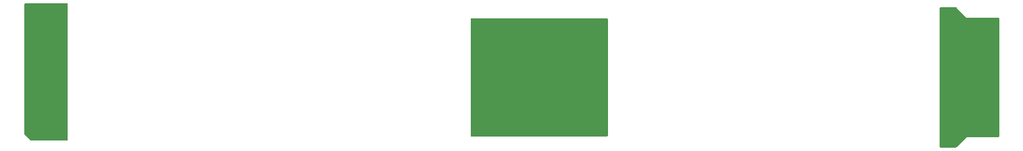
<source format=gbr>
G04 EAGLE Gerber X2 export*
%TF.Part,Single*%
%TF.FileFunction,Other,stiffener on bottom layer*%
%TF.FilePolarity,Positive*%
%TF.GenerationSoftware,Autodesk,EAGLE,9.6.2*%
%TF.CreationDate,2022-04-17T12:17:04Z*%
G75*
%MOMM*%
%FSLAX34Y34*%
%LPD*%
%INstiffener bottom*%
%AMOC8*
5,1,8,0,0,1.08239X$1,22.5*%
G01*

G36*
X789618Y-46254D02*
X789618Y-46254D01*
X789737Y-46247D01*
X789775Y-46234D01*
X789816Y-46229D01*
X789926Y-46186D01*
X790039Y-46149D01*
X790074Y-46127D01*
X790111Y-46112D01*
X790207Y-46043D01*
X790308Y-45979D01*
X790336Y-45949D01*
X790369Y-45926D01*
X790445Y-45834D01*
X790526Y-45747D01*
X790546Y-45712D01*
X790571Y-45681D01*
X790622Y-45573D01*
X790680Y-45469D01*
X790690Y-45429D01*
X790707Y-45393D01*
X790729Y-45276D01*
X790759Y-45161D01*
X790763Y-45101D01*
X790767Y-45081D01*
X790765Y-45060D01*
X790769Y-45000D01*
X790769Y105000D01*
X790754Y105118D01*
X790747Y105237D01*
X790734Y105275D01*
X790729Y105316D01*
X790686Y105426D01*
X790649Y105539D01*
X790627Y105574D01*
X790612Y105611D01*
X790543Y105707D01*
X790479Y105808D01*
X790449Y105836D01*
X790426Y105869D01*
X790334Y105945D01*
X790247Y106026D01*
X790212Y106046D01*
X790181Y106071D01*
X790073Y106122D01*
X789969Y106180D01*
X789929Y106190D01*
X789893Y106207D01*
X789776Y106229D01*
X789661Y106259D01*
X789601Y106263D01*
X789581Y106267D01*
X789560Y106265D01*
X789500Y106269D01*
X615000Y106269D01*
X614882Y106254D01*
X614763Y106247D01*
X614725Y106234D01*
X614684Y106229D01*
X614574Y106186D01*
X614461Y106149D01*
X614426Y106127D01*
X614389Y106112D01*
X614293Y106043D01*
X614192Y105979D01*
X614164Y105949D01*
X614131Y105926D01*
X614056Y105834D01*
X613974Y105747D01*
X613954Y105712D01*
X613929Y105681D01*
X613878Y105573D01*
X613820Y105469D01*
X613810Y105429D01*
X613793Y105393D01*
X613771Y105276D01*
X613741Y105161D01*
X613737Y105101D01*
X613733Y105081D01*
X613735Y105060D01*
X613731Y105000D01*
X613731Y-45000D01*
X613746Y-45118D01*
X613753Y-45237D01*
X613766Y-45275D01*
X613771Y-45316D01*
X613814Y-45426D01*
X613851Y-45539D01*
X613873Y-45574D01*
X613888Y-45611D01*
X613958Y-45707D01*
X614021Y-45808D01*
X614051Y-45836D01*
X614074Y-45869D01*
X614166Y-45945D01*
X614253Y-46026D01*
X614288Y-46046D01*
X614319Y-46071D01*
X614427Y-46122D01*
X614531Y-46180D01*
X614571Y-46190D01*
X614607Y-46207D01*
X614724Y-46229D01*
X614839Y-46259D01*
X614900Y-46263D01*
X614920Y-46267D01*
X614940Y-46265D01*
X615000Y-46269D01*
X789500Y-46269D01*
X789618Y-46254D01*
G37*
G36*
X1240098Y-60257D02*
X1240098Y-60257D01*
X1240197Y-60254D01*
X1240255Y-60237D01*
X1240316Y-60229D01*
X1240408Y-60193D01*
X1240503Y-60165D01*
X1240555Y-60135D01*
X1240611Y-60112D01*
X1240691Y-60054D01*
X1240777Y-60004D01*
X1240852Y-59938D01*
X1240869Y-59926D01*
X1240876Y-59916D01*
X1240898Y-59898D01*
X1253526Y-47269D01*
X1294000Y-47269D01*
X1294118Y-47254D01*
X1294237Y-47247D01*
X1294275Y-47234D01*
X1294316Y-47229D01*
X1294426Y-47186D01*
X1294539Y-47149D01*
X1294574Y-47127D01*
X1294611Y-47112D01*
X1294707Y-47043D01*
X1294808Y-46979D01*
X1294836Y-46949D01*
X1294869Y-46926D01*
X1294945Y-46834D01*
X1295026Y-46747D01*
X1295046Y-46712D01*
X1295071Y-46681D01*
X1295122Y-46573D01*
X1295180Y-46469D01*
X1295190Y-46429D01*
X1295207Y-46393D01*
X1295229Y-46276D01*
X1295259Y-46161D01*
X1295263Y-46101D01*
X1295267Y-46081D01*
X1295265Y-46060D01*
X1295269Y-46000D01*
X1295269Y106000D01*
X1295254Y106118D01*
X1295247Y106237D01*
X1295234Y106275D01*
X1295229Y106316D01*
X1295186Y106426D01*
X1295149Y106539D01*
X1295127Y106574D01*
X1295112Y106611D01*
X1295043Y106707D01*
X1294979Y106808D01*
X1294949Y106836D01*
X1294926Y106869D01*
X1294834Y106945D01*
X1294747Y107026D01*
X1294712Y107046D01*
X1294681Y107071D01*
X1294573Y107122D01*
X1294469Y107180D01*
X1294429Y107190D01*
X1294393Y107207D01*
X1294276Y107229D01*
X1294161Y107259D01*
X1294101Y107263D01*
X1294081Y107267D01*
X1294060Y107265D01*
X1294000Y107269D01*
X1253526Y107269D01*
X1240898Y119898D01*
X1240819Y119958D01*
X1240747Y120026D01*
X1240694Y120055D01*
X1240646Y120092D01*
X1240555Y120132D01*
X1240469Y120180D01*
X1240410Y120195D01*
X1240354Y120219D01*
X1240256Y120234D01*
X1240161Y120259D01*
X1240061Y120265D01*
X1240040Y120269D01*
X1240028Y120267D01*
X1240000Y120269D01*
X1220000Y120269D01*
X1219882Y120254D01*
X1219763Y120247D01*
X1219725Y120234D01*
X1219684Y120229D01*
X1219574Y120186D01*
X1219461Y120149D01*
X1219426Y120127D01*
X1219389Y120112D01*
X1219293Y120043D01*
X1219192Y119979D01*
X1219164Y119949D01*
X1219131Y119926D01*
X1219056Y119834D01*
X1218974Y119747D01*
X1218954Y119712D01*
X1218929Y119681D01*
X1218878Y119573D01*
X1218820Y119469D01*
X1218810Y119429D01*
X1218793Y119393D01*
X1218771Y119276D01*
X1218741Y119161D01*
X1218737Y119101D01*
X1218733Y119081D01*
X1218735Y119060D01*
X1218731Y119000D01*
X1218731Y-59000D01*
X1218746Y-59118D01*
X1218753Y-59237D01*
X1218766Y-59275D01*
X1218771Y-59316D01*
X1218814Y-59426D01*
X1218851Y-59539D01*
X1218873Y-59574D01*
X1218888Y-59611D01*
X1218958Y-59707D01*
X1219021Y-59808D01*
X1219051Y-59836D01*
X1219074Y-59869D01*
X1219166Y-59945D01*
X1219253Y-60026D01*
X1219288Y-60046D01*
X1219319Y-60071D01*
X1219427Y-60122D01*
X1219531Y-60180D01*
X1219571Y-60190D01*
X1219607Y-60207D01*
X1219724Y-60229D01*
X1219839Y-60259D01*
X1219900Y-60263D01*
X1219920Y-60267D01*
X1219940Y-60265D01*
X1220000Y-60269D01*
X1240000Y-60269D01*
X1240098Y-60257D01*
G37*
G36*
X93026Y-51520D02*
X93026Y-51520D01*
X93052Y-51522D01*
X93199Y-51500D01*
X93346Y-51483D01*
X93371Y-51475D01*
X93397Y-51471D01*
X93535Y-51416D01*
X93674Y-51366D01*
X93696Y-51352D01*
X93721Y-51342D01*
X93842Y-51257D01*
X93967Y-51177D01*
X93985Y-51158D01*
X94007Y-51143D01*
X94106Y-51033D01*
X94209Y-50926D01*
X94223Y-50904D01*
X94240Y-50884D01*
X94312Y-50754D01*
X94388Y-50627D01*
X94396Y-50602D01*
X94409Y-50579D01*
X94449Y-50436D01*
X94494Y-50295D01*
X94496Y-50269D01*
X94504Y-50244D01*
X94523Y-50000D01*
X94523Y124000D01*
X94520Y124026D01*
X94522Y124052D01*
X94500Y124199D01*
X94483Y124346D01*
X94475Y124371D01*
X94471Y124397D01*
X94416Y124535D01*
X94366Y124674D01*
X94352Y124696D01*
X94342Y124721D01*
X94257Y124842D01*
X94177Y124967D01*
X94158Y124985D01*
X94143Y125007D01*
X94033Y125106D01*
X93926Y125209D01*
X93904Y125223D01*
X93884Y125240D01*
X93754Y125312D01*
X93627Y125388D01*
X93602Y125396D01*
X93579Y125409D01*
X93436Y125449D01*
X93295Y125494D01*
X93269Y125496D01*
X93244Y125504D01*
X93000Y125523D01*
X40000Y125523D01*
X39974Y125520D01*
X39948Y125522D01*
X39801Y125500D01*
X39654Y125483D01*
X39629Y125475D01*
X39603Y125471D01*
X39465Y125416D01*
X39326Y125366D01*
X39304Y125352D01*
X39279Y125342D01*
X39158Y125257D01*
X39033Y125177D01*
X39015Y125158D01*
X38993Y125143D01*
X38894Y125033D01*
X38791Y124926D01*
X38777Y124904D01*
X38760Y124884D01*
X38688Y124754D01*
X38612Y124627D01*
X38604Y124602D01*
X38591Y124579D01*
X38551Y124436D01*
X38506Y124295D01*
X38504Y124269D01*
X38496Y124244D01*
X38477Y124000D01*
X38477Y-43000D01*
X38491Y-43126D01*
X38498Y-43252D01*
X38511Y-43298D01*
X38517Y-43346D01*
X38559Y-43465D01*
X38594Y-43587D01*
X38618Y-43629D01*
X38634Y-43674D01*
X38703Y-43781D01*
X38764Y-43891D01*
X38804Y-43937D01*
X38823Y-43967D01*
X38858Y-44001D01*
X38923Y-44077D01*
X45923Y-51077D01*
X46022Y-51156D01*
X46116Y-51240D01*
X46158Y-51264D01*
X46196Y-51294D01*
X46310Y-51348D01*
X46421Y-51409D01*
X46467Y-51422D01*
X46511Y-51443D01*
X46634Y-51469D01*
X46756Y-51504D01*
X46817Y-51509D01*
X46852Y-51516D01*
X46900Y-51515D01*
X47000Y-51523D01*
X93000Y-51523D01*
X93026Y-51520D01*
G37*
M02*

</source>
